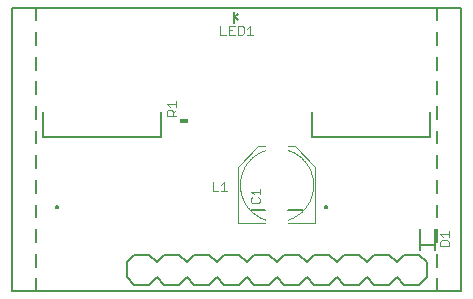
<source format=gto>
G75*
%MOIN*%
%OFA0B0*%
%FSLAX25Y25*%
%IPPOS*%
%LPD*%
%AMOC8*
5,1,8,0,0,1.08239X$1,22.5*
%
%ADD10C,0.00500*%
%ADD11C,0.00787*%
%ADD12R,0.03000X0.01800*%
%ADD13C,0.00300*%
%ADD14C,0.00400*%
%ADD15C,0.00800*%
D10*
X0005000Y0005000D02*
X0005000Y0099488D01*
X0154606Y0099488D01*
X0154606Y0005000D01*
X0005000Y0005000D01*
X0012874Y0005000D02*
X0012874Y0009265D01*
X0012874Y0013202D02*
X0012874Y0017467D01*
X0012874Y0021404D02*
X0012874Y0025669D01*
X0012874Y0029606D02*
X0012874Y0033871D01*
X0012874Y0037808D02*
X0012874Y0042073D01*
X0012874Y0046010D02*
X0012874Y0050276D01*
X0012874Y0054213D02*
X0012874Y0058478D01*
X0015236Y0056220D02*
X0054606Y0056220D01*
X0054606Y0064669D01*
X0015236Y0064669D02*
X0015236Y0056220D01*
X0012874Y0062415D02*
X0012874Y0066680D01*
X0012874Y0070617D02*
X0012874Y0074882D01*
X0012874Y0078819D02*
X0012874Y0083084D01*
X0012874Y0087021D02*
X0012874Y0091286D01*
X0012874Y0095223D02*
X0012874Y0099488D01*
X0079134Y0098150D02*
X0079134Y0096339D01*
X0080354Y0097259D01*
X0079134Y0096339D02*
X0079134Y0094528D01*
X0080354Y0095479D02*
X0079194Y0096239D01*
X0105000Y0064669D02*
X0105000Y0056220D01*
X0144370Y0056220D01*
X0144370Y0064669D01*
X0146732Y0066680D02*
X0146732Y0062415D01*
X0146732Y0058478D02*
X0146732Y0054213D01*
X0146732Y0050276D02*
X0146732Y0046010D01*
X0146732Y0042073D02*
X0146732Y0037808D01*
X0146732Y0033871D02*
X0146732Y0029606D01*
X0146142Y0025866D02*
X0146142Y0020354D01*
X0141024Y0020354D01*
X0141024Y0025866D01*
X0146732Y0025669D02*
X0146732Y0021404D01*
X0146142Y0020354D02*
X0146142Y0018780D01*
X0146732Y0017467D02*
X0146732Y0013202D01*
X0146732Y0009265D02*
X0146732Y0005000D01*
X0141024Y0018780D02*
X0141024Y0020354D01*
X0101850Y0032165D02*
X0097126Y0032165D01*
X0089252Y0032165D02*
X0084528Y0032165D01*
X0146732Y0070617D02*
X0146732Y0074882D01*
X0146732Y0078819D02*
X0146732Y0083084D01*
X0146732Y0087021D02*
X0146732Y0091286D01*
X0146732Y0095223D02*
X0146732Y0099488D01*
D11*
X0109291Y0032953D02*
X0109293Y0032992D01*
X0109299Y0033031D01*
X0109309Y0033069D01*
X0109322Y0033106D01*
X0109339Y0033141D01*
X0109359Y0033175D01*
X0109383Y0033206D01*
X0109410Y0033235D01*
X0109439Y0033261D01*
X0109471Y0033284D01*
X0109505Y0033304D01*
X0109541Y0033320D01*
X0109578Y0033332D01*
X0109617Y0033341D01*
X0109656Y0033346D01*
X0109695Y0033347D01*
X0109734Y0033344D01*
X0109773Y0033337D01*
X0109810Y0033326D01*
X0109847Y0033312D01*
X0109882Y0033294D01*
X0109915Y0033273D01*
X0109946Y0033248D01*
X0109974Y0033221D01*
X0109999Y0033191D01*
X0110021Y0033158D01*
X0110040Y0033124D01*
X0110055Y0033088D01*
X0110067Y0033050D01*
X0110075Y0033012D01*
X0110079Y0032973D01*
X0110079Y0032933D01*
X0110075Y0032894D01*
X0110067Y0032856D01*
X0110055Y0032818D01*
X0110040Y0032782D01*
X0110021Y0032748D01*
X0109999Y0032715D01*
X0109974Y0032685D01*
X0109946Y0032658D01*
X0109915Y0032633D01*
X0109882Y0032612D01*
X0109847Y0032594D01*
X0109810Y0032580D01*
X0109773Y0032569D01*
X0109734Y0032562D01*
X0109695Y0032559D01*
X0109656Y0032560D01*
X0109617Y0032565D01*
X0109578Y0032574D01*
X0109541Y0032586D01*
X0109505Y0032602D01*
X0109471Y0032622D01*
X0109439Y0032645D01*
X0109410Y0032671D01*
X0109383Y0032700D01*
X0109359Y0032731D01*
X0109339Y0032765D01*
X0109322Y0032800D01*
X0109309Y0032837D01*
X0109299Y0032875D01*
X0109293Y0032914D01*
X0109291Y0032953D01*
X0019527Y0032953D02*
X0019529Y0032992D01*
X0019535Y0033031D01*
X0019545Y0033069D01*
X0019558Y0033106D01*
X0019575Y0033141D01*
X0019595Y0033175D01*
X0019619Y0033206D01*
X0019646Y0033235D01*
X0019675Y0033261D01*
X0019707Y0033284D01*
X0019741Y0033304D01*
X0019777Y0033320D01*
X0019814Y0033332D01*
X0019853Y0033341D01*
X0019892Y0033346D01*
X0019931Y0033347D01*
X0019970Y0033344D01*
X0020009Y0033337D01*
X0020046Y0033326D01*
X0020083Y0033312D01*
X0020118Y0033294D01*
X0020151Y0033273D01*
X0020182Y0033248D01*
X0020210Y0033221D01*
X0020235Y0033191D01*
X0020257Y0033158D01*
X0020276Y0033124D01*
X0020291Y0033088D01*
X0020303Y0033050D01*
X0020311Y0033012D01*
X0020315Y0032973D01*
X0020315Y0032933D01*
X0020311Y0032894D01*
X0020303Y0032856D01*
X0020291Y0032818D01*
X0020276Y0032782D01*
X0020257Y0032748D01*
X0020235Y0032715D01*
X0020210Y0032685D01*
X0020182Y0032658D01*
X0020151Y0032633D01*
X0020118Y0032612D01*
X0020083Y0032594D01*
X0020046Y0032580D01*
X0020009Y0032569D01*
X0019970Y0032562D01*
X0019931Y0032559D01*
X0019892Y0032560D01*
X0019853Y0032565D01*
X0019814Y0032574D01*
X0019777Y0032586D01*
X0019741Y0032602D01*
X0019707Y0032622D01*
X0019675Y0032645D01*
X0019646Y0032671D01*
X0019619Y0032700D01*
X0019595Y0032731D01*
X0019575Y0032765D01*
X0019558Y0032800D01*
X0019545Y0032837D01*
X0019535Y0032875D01*
X0019529Y0032914D01*
X0019527Y0032953D01*
D12*
X0062480Y0061693D03*
D13*
X0059527Y0063461D02*
X0056625Y0063461D01*
X0056625Y0064912D01*
X0057108Y0065396D01*
X0058076Y0065396D01*
X0058560Y0064912D01*
X0058560Y0063461D01*
X0058560Y0064429D02*
X0059527Y0065396D01*
X0059527Y0066408D02*
X0059527Y0068343D01*
X0059527Y0067375D02*
X0056625Y0067375D01*
X0057592Y0066408D01*
X0074423Y0090539D02*
X0076358Y0090539D01*
X0077370Y0090539D02*
X0079304Y0090539D01*
X0080316Y0090539D02*
X0081767Y0090539D01*
X0082251Y0091022D01*
X0082251Y0092957D01*
X0081767Y0093441D01*
X0080316Y0093441D01*
X0080316Y0090539D01*
X0078337Y0091990D02*
X0077370Y0091990D01*
X0077370Y0093441D02*
X0077370Y0090539D01*
X0077370Y0093441D02*
X0079304Y0093441D01*
X0083263Y0092474D02*
X0084230Y0093441D01*
X0084230Y0090539D01*
X0083263Y0090539D02*
X0085198Y0090539D01*
X0074423Y0090539D02*
X0074423Y0093441D01*
X0075769Y0041427D02*
X0075769Y0038525D01*
X0074802Y0038525D02*
X0076737Y0038525D01*
X0074802Y0040460D02*
X0075769Y0041427D01*
X0071855Y0041427D02*
X0071855Y0038525D01*
X0073790Y0038525D01*
X0084625Y0038198D02*
X0085592Y0037230D01*
X0085108Y0036219D02*
X0084625Y0035735D01*
X0084625Y0034768D01*
X0085108Y0034284D01*
X0087043Y0034284D01*
X0087527Y0034768D01*
X0087527Y0035735D01*
X0087043Y0036219D01*
X0087527Y0037230D02*
X0087527Y0039165D01*
X0087527Y0038198D02*
X0084625Y0038198D01*
X0147730Y0023994D02*
X0150633Y0023994D01*
X0150633Y0024961D02*
X0150633Y0023026D01*
X0150149Y0022015D02*
X0148214Y0022015D01*
X0147730Y0021531D01*
X0147730Y0020080D01*
X0150633Y0020080D01*
X0150633Y0021531D01*
X0150149Y0022015D01*
X0148698Y0023026D02*
X0147730Y0023994D01*
D14*
X0105984Y0027638D02*
X0096929Y0027638D01*
X0089449Y0027638D02*
X0080394Y0027638D01*
X0080394Y0046535D01*
X0087087Y0053228D01*
X0089449Y0053228D01*
X0096929Y0053228D02*
X0099291Y0053228D01*
X0105984Y0046535D01*
X0105984Y0027638D01*
X0089449Y0028818D02*
X0089166Y0028913D01*
X0088885Y0029015D01*
X0088608Y0029124D01*
X0088332Y0029239D01*
X0088060Y0029361D01*
X0087791Y0029490D01*
X0087525Y0029625D01*
X0087263Y0029767D01*
X0087004Y0029915D01*
X0086748Y0030069D01*
X0086497Y0030230D01*
X0086249Y0030397D01*
X0086006Y0030569D01*
X0085767Y0030748D01*
X0085532Y0030932D01*
X0085302Y0031122D01*
X0085077Y0031318D01*
X0084857Y0031519D01*
X0084641Y0031725D01*
X0084431Y0031937D01*
X0084226Y0032153D01*
X0084026Y0032375D01*
X0083832Y0032602D01*
X0083643Y0032833D01*
X0083460Y0033068D01*
X0083283Y0033308D01*
X0083112Y0033553D01*
X0082947Y0033801D01*
X0082788Y0034054D01*
X0082635Y0034310D01*
X0082488Y0034570D01*
X0082348Y0034833D01*
X0082214Y0035100D01*
X0082087Y0035370D01*
X0081967Y0035643D01*
X0081853Y0035918D01*
X0081746Y0036197D01*
X0081646Y0036478D01*
X0081553Y0036761D01*
X0081466Y0037047D01*
X0081387Y0037335D01*
X0081315Y0037624D01*
X0081250Y0037915D01*
X0081192Y0038208D01*
X0081141Y0038502D01*
X0081097Y0038797D01*
X0081061Y0039093D01*
X0081032Y0039390D01*
X0081010Y0039688D01*
X0080995Y0039986D01*
X0080988Y0040284D01*
X0080988Y0040582D01*
X0080995Y0040880D01*
X0081010Y0041178D01*
X0081032Y0041476D01*
X0081061Y0041773D01*
X0081097Y0042069D01*
X0081141Y0042364D01*
X0081192Y0042658D01*
X0081250Y0042951D01*
X0081315Y0043242D01*
X0081387Y0043531D01*
X0081466Y0043819D01*
X0081553Y0044105D01*
X0081646Y0044388D01*
X0081746Y0044669D01*
X0081853Y0044948D01*
X0081967Y0045223D01*
X0082087Y0045496D01*
X0082214Y0045766D01*
X0082348Y0046033D01*
X0082488Y0046296D01*
X0082635Y0046556D01*
X0082788Y0046812D01*
X0082947Y0047065D01*
X0083112Y0047313D01*
X0083283Y0047558D01*
X0083460Y0047798D01*
X0083643Y0048033D01*
X0083832Y0048264D01*
X0084026Y0048491D01*
X0084226Y0048713D01*
X0084431Y0048929D01*
X0084641Y0049141D01*
X0084857Y0049347D01*
X0085077Y0049548D01*
X0085302Y0049744D01*
X0085532Y0049934D01*
X0085767Y0050118D01*
X0086006Y0050297D01*
X0086249Y0050469D01*
X0086497Y0050636D01*
X0086748Y0050797D01*
X0087004Y0050951D01*
X0087263Y0051099D01*
X0087525Y0051241D01*
X0087791Y0051376D01*
X0088060Y0051505D01*
X0088332Y0051627D01*
X0088608Y0051742D01*
X0088885Y0051851D01*
X0089166Y0051953D01*
X0089449Y0052048D01*
X0096929Y0052048D02*
X0097212Y0051953D01*
X0097493Y0051851D01*
X0097770Y0051742D01*
X0098046Y0051627D01*
X0098318Y0051505D01*
X0098587Y0051376D01*
X0098853Y0051241D01*
X0099115Y0051099D01*
X0099374Y0050951D01*
X0099630Y0050797D01*
X0099881Y0050636D01*
X0100129Y0050469D01*
X0100372Y0050297D01*
X0100611Y0050118D01*
X0100846Y0049934D01*
X0101076Y0049744D01*
X0101301Y0049548D01*
X0101521Y0049347D01*
X0101737Y0049141D01*
X0101947Y0048929D01*
X0102152Y0048713D01*
X0102352Y0048491D01*
X0102546Y0048264D01*
X0102735Y0048033D01*
X0102918Y0047798D01*
X0103095Y0047558D01*
X0103266Y0047313D01*
X0103431Y0047065D01*
X0103590Y0046812D01*
X0103743Y0046556D01*
X0103890Y0046296D01*
X0104030Y0046033D01*
X0104164Y0045766D01*
X0104291Y0045496D01*
X0104411Y0045223D01*
X0104525Y0044948D01*
X0104632Y0044669D01*
X0104732Y0044388D01*
X0104825Y0044105D01*
X0104912Y0043819D01*
X0104991Y0043531D01*
X0105063Y0043242D01*
X0105128Y0042951D01*
X0105186Y0042658D01*
X0105237Y0042364D01*
X0105281Y0042069D01*
X0105317Y0041773D01*
X0105346Y0041476D01*
X0105368Y0041178D01*
X0105383Y0040880D01*
X0105390Y0040582D01*
X0105390Y0040284D01*
X0105383Y0039986D01*
X0105368Y0039688D01*
X0105346Y0039390D01*
X0105317Y0039093D01*
X0105281Y0038797D01*
X0105237Y0038502D01*
X0105186Y0038208D01*
X0105128Y0037915D01*
X0105063Y0037624D01*
X0104991Y0037335D01*
X0104912Y0037047D01*
X0104825Y0036761D01*
X0104732Y0036478D01*
X0104632Y0036197D01*
X0104525Y0035918D01*
X0104411Y0035643D01*
X0104291Y0035370D01*
X0104164Y0035100D01*
X0104030Y0034833D01*
X0103890Y0034570D01*
X0103743Y0034310D01*
X0103590Y0034054D01*
X0103431Y0033801D01*
X0103266Y0033553D01*
X0103095Y0033308D01*
X0102918Y0033068D01*
X0102735Y0032833D01*
X0102546Y0032602D01*
X0102352Y0032375D01*
X0102152Y0032153D01*
X0101947Y0031937D01*
X0101737Y0031725D01*
X0101521Y0031519D01*
X0101301Y0031318D01*
X0101076Y0031122D01*
X0100846Y0030932D01*
X0100611Y0030748D01*
X0100372Y0030569D01*
X0100129Y0030397D01*
X0099881Y0030230D01*
X0099630Y0030069D01*
X0099374Y0029915D01*
X0099115Y0029767D01*
X0098853Y0029625D01*
X0098587Y0029490D01*
X0098318Y0029361D01*
X0098046Y0029239D01*
X0097770Y0029124D01*
X0097493Y0029015D01*
X0097212Y0028913D01*
X0096929Y0028818D01*
D15*
X0095807Y0017087D02*
X0100807Y0017087D01*
X0103307Y0014587D01*
X0105807Y0017087D01*
X0110807Y0017087D01*
X0113307Y0014587D01*
X0115807Y0017087D01*
X0120807Y0017087D01*
X0123307Y0014587D01*
X0125807Y0017087D01*
X0130807Y0017087D01*
X0133307Y0014587D01*
X0135807Y0017087D01*
X0140807Y0017087D01*
X0143307Y0014587D01*
X0143307Y0009587D01*
X0140807Y0007087D01*
X0135807Y0007087D01*
X0133307Y0009587D01*
X0130807Y0007087D01*
X0125807Y0007087D01*
X0123307Y0009587D01*
X0120807Y0007087D01*
X0115807Y0007087D01*
X0113307Y0009587D01*
X0110807Y0007087D01*
X0105807Y0007087D01*
X0103307Y0009587D01*
X0100807Y0007087D01*
X0095807Y0007087D01*
X0093307Y0009587D01*
X0090807Y0007087D01*
X0085807Y0007087D01*
X0083307Y0009587D01*
X0080807Y0007087D01*
X0075807Y0007087D01*
X0073307Y0009587D01*
X0070807Y0007087D01*
X0065807Y0007087D01*
X0063307Y0009587D01*
X0060807Y0007087D01*
X0055807Y0007087D01*
X0053307Y0009587D01*
X0050807Y0007087D01*
X0045807Y0007087D01*
X0043307Y0009587D01*
X0043307Y0014587D01*
X0045807Y0017087D01*
X0050807Y0017087D01*
X0053307Y0014587D01*
X0055807Y0017087D01*
X0060807Y0017087D01*
X0063307Y0014587D01*
X0065807Y0017087D01*
X0070807Y0017087D01*
X0073307Y0014587D01*
X0075807Y0017087D01*
X0080807Y0017087D01*
X0083307Y0014587D01*
X0085807Y0017087D01*
X0090807Y0017087D01*
X0093307Y0014587D01*
X0095807Y0017087D01*
M02*

</source>
